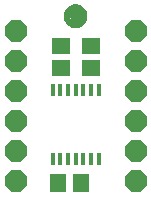
<source format=gbr>
G04 EAGLE Gerber RS-274X export*
G75*
%MOMM*%
%FSLAX34Y34*%
%LPD*%
%INSoldermask Top*%
%IPPOS*%
%AMOC8*
5,1,8,0,0,1.08239X$1,22.5*%
G01*
%ADD10R,1.601600X1.341600*%
%ADD11R,1.341600X1.601600*%
%ADD12R,0.406400X1.092200*%
%ADD13P,2.034460X8X22.500000*%
%ADD14P,2.034460X8X202.500000*%
%ADD15C,1.101600*%
%ADD16C,0.500000*%


D10*
X50800Y140310D03*
X50800Y121310D03*
X76200Y140310D03*
X76200Y121310D03*
D11*
X48920Y24130D03*
X67920Y24130D03*
D12*
X83000Y102838D03*
X76500Y102838D03*
X70000Y102838D03*
X63500Y102838D03*
X57000Y102838D03*
X50500Y102838D03*
X44000Y102838D03*
X44000Y44482D03*
X50500Y44482D03*
X57000Y44482D03*
X63500Y44482D03*
X70000Y44482D03*
X76500Y44482D03*
X83000Y44482D03*
D13*
X114300Y152400D03*
X114300Y127000D03*
X114300Y101600D03*
X114300Y76200D03*
X114300Y50800D03*
X114300Y25400D03*
D14*
X12700Y25400D03*
X12700Y50800D03*
X12700Y76200D03*
X12700Y101600D03*
X12700Y127000D03*
X12700Y152400D03*
D15*
X63500Y165100D03*
D16*
X63500Y172600D02*
X63319Y172598D01*
X63138Y172591D01*
X62957Y172580D01*
X62776Y172565D01*
X62596Y172545D01*
X62416Y172521D01*
X62237Y172493D01*
X62059Y172460D01*
X61882Y172423D01*
X61705Y172382D01*
X61530Y172337D01*
X61355Y172287D01*
X61182Y172233D01*
X61011Y172175D01*
X60840Y172113D01*
X60672Y172046D01*
X60505Y171976D01*
X60339Y171902D01*
X60176Y171823D01*
X60015Y171741D01*
X59855Y171655D01*
X59698Y171565D01*
X59543Y171471D01*
X59390Y171374D01*
X59240Y171272D01*
X59092Y171168D01*
X58946Y171059D01*
X58804Y170948D01*
X58664Y170832D01*
X58527Y170714D01*
X58392Y170592D01*
X58261Y170467D01*
X58133Y170339D01*
X58008Y170208D01*
X57886Y170073D01*
X57768Y169936D01*
X57652Y169796D01*
X57541Y169654D01*
X57432Y169508D01*
X57328Y169360D01*
X57226Y169210D01*
X57129Y169057D01*
X57035Y168902D01*
X56945Y168745D01*
X56859Y168585D01*
X56777Y168424D01*
X56698Y168261D01*
X56624Y168095D01*
X56554Y167928D01*
X56487Y167760D01*
X56425Y167589D01*
X56367Y167418D01*
X56313Y167245D01*
X56263Y167070D01*
X56218Y166895D01*
X56177Y166718D01*
X56140Y166541D01*
X56107Y166363D01*
X56079Y166184D01*
X56055Y166004D01*
X56035Y165824D01*
X56020Y165643D01*
X56009Y165462D01*
X56002Y165281D01*
X56000Y165100D01*
X63500Y172600D02*
X63681Y172598D01*
X63862Y172591D01*
X64043Y172580D01*
X64224Y172565D01*
X64404Y172545D01*
X64584Y172521D01*
X64763Y172493D01*
X64941Y172460D01*
X65118Y172423D01*
X65295Y172382D01*
X65470Y172337D01*
X65645Y172287D01*
X65818Y172233D01*
X65989Y172175D01*
X66160Y172113D01*
X66328Y172046D01*
X66495Y171976D01*
X66661Y171902D01*
X66824Y171823D01*
X66985Y171741D01*
X67145Y171655D01*
X67302Y171565D01*
X67457Y171471D01*
X67610Y171374D01*
X67760Y171272D01*
X67908Y171168D01*
X68054Y171059D01*
X68196Y170948D01*
X68336Y170832D01*
X68473Y170714D01*
X68608Y170592D01*
X68739Y170467D01*
X68867Y170339D01*
X68992Y170208D01*
X69114Y170073D01*
X69232Y169936D01*
X69348Y169796D01*
X69459Y169654D01*
X69568Y169508D01*
X69672Y169360D01*
X69774Y169210D01*
X69871Y169057D01*
X69965Y168902D01*
X70055Y168745D01*
X70141Y168585D01*
X70223Y168424D01*
X70302Y168261D01*
X70376Y168095D01*
X70446Y167928D01*
X70513Y167760D01*
X70575Y167589D01*
X70633Y167418D01*
X70687Y167245D01*
X70737Y167070D01*
X70782Y166895D01*
X70823Y166718D01*
X70860Y166541D01*
X70893Y166363D01*
X70921Y166184D01*
X70945Y166004D01*
X70965Y165824D01*
X70980Y165643D01*
X70991Y165462D01*
X70998Y165281D01*
X71000Y165100D01*
X70998Y164919D01*
X70991Y164738D01*
X70980Y164557D01*
X70965Y164376D01*
X70945Y164196D01*
X70921Y164016D01*
X70893Y163837D01*
X70860Y163659D01*
X70823Y163482D01*
X70782Y163305D01*
X70737Y163130D01*
X70687Y162955D01*
X70633Y162782D01*
X70575Y162611D01*
X70513Y162440D01*
X70446Y162272D01*
X70376Y162105D01*
X70302Y161939D01*
X70223Y161776D01*
X70141Y161615D01*
X70055Y161455D01*
X69965Y161298D01*
X69871Y161143D01*
X69774Y160990D01*
X69672Y160840D01*
X69568Y160692D01*
X69459Y160546D01*
X69348Y160404D01*
X69232Y160264D01*
X69114Y160127D01*
X68992Y159992D01*
X68867Y159861D01*
X68739Y159733D01*
X68608Y159608D01*
X68473Y159486D01*
X68336Y159368D01*
X68196Y159252D01*
X68054Y159141D01*
X67908Y159032D01*
X67760Y158928D01*
X67610Y158826D01*
X67457Y158729D01*
X67302Y158635D01*
X67145Y158545D01*
X66985Y158459D01*
X66824Y158377D01*
X66661Y158298D01*
X66495Y158224D01*
X66328Y158154D01*
X66160Y158087D01*
X65989Y158025D01*
X65818Y157967D01*
X65645Y157913D01*
X65470Y157863D01*
X65295Y157818D01*
X65118Y157777D01*
X64941Y157740D01*
X64763Y157707D01*
X64584Y157679D01*
X64404Y157655D01*
X64224Y157635D01*
X64043Y157620D01*
X63862Y157609D01*
X63681Y157602D01*
X63500Y157600D01*
X63319Y157602D01*
X63138Y157609D01*
X62957Y157620D01*
X62776Y157635D01*
X62596Y157655D01*
X62416Y157679D01*
X62237Y157707D01*
X62059Y157740D01*
X61882Y157777D01*
X61705Y157818D01*
X61530Y157863D01*
X61355Y157913D01*
X61182Y157967D01*
X61011Y158025D01*
X60840Y158087D01*
X60672Y158154D01*
X60505Y158224D01*
X60339Y158298D01*
X60176Y158377D01*
X60015Y158459D01*
X59855Y158545D01*
X59698Y158635D01*
X59543Y158729D01*
X59390Y158826D01*
X59240Y158928D01*
X59092Y159032D01*
X58946Y159141D01*
X58804Y159252D01*
X58664Y159368D01*
X58527Y159486D01*
X58392Y159608D01*
X58261Y159733D01*
X58133Y159861D01*
X58008Y159992D01*
X57886Y160127D01*
X57768Y160264D01*
X57652Y160404D01*
X57541Y160546D01*
X57432Y160692D01*
X57328Y160840D01*
X57226Y160990D01*
X57129Y161143D01*
X57035Y161298D01*
X56945Y161455D01*
X56859Y161615D01*
X56777Y161776D01*
X56698Y161939D01*
X56624Y162105D01*
X56554Y162272D01*
X56487Y162440D01*
X56425Y162611D01*
X56367Y162782D01*
X56313Y162955D01*
X56263Y163130D01*
X56218Y163305D01*
X56177Y163482D01*
X56140Y163659D01*
X56107Y163837D01*
X56079Y164016D01*
X56055Y164196D01*
X56035Y164376D01*
X56020Y164557D01*
X56009Y164738D01*
X56002Y164919D01*
X56000Y165100D01*
M02*

</source>
